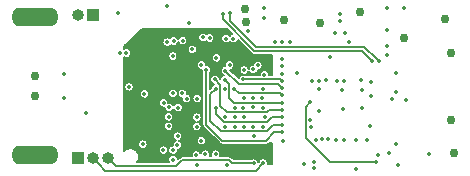
<source format=gbr>
G04 #@! TF.GenerationSoftware,KiCad,Pcbnew,(5.1.6)-1*
G04 #@! TF.CreationDate,2020-09-09T10:35:32-07:00*
G04 #@! TF.ProjectId,MiniDAQ,4d696e69-4441-4512-9e6b-696361645f70,rev?*
G04 #@! TF.SameCoordinates,Original*
G04 #@! TF.FileFunction,Copper,L3,Inr*
G04 #@! TF.FilePolarity,Positive*
%FSLAX46Y46*%
G04 Gerber Fmt 4.6, Leading zero omitted, Abs format (unit mm)*
G04 Created by KiCad (PCBNEW (5.1.6)-1) date 2020-09-09 10:35:32*
%MOMM*%
%LPD*%
G01*
G04 APERTURE LIST*
G04 #@! TA.AperFunction,ViaPad*
%ADD10O,1.000000X1.000000*%
G04 #@! TD*
G04 #@! TA.AperFunction,ViaPad*
%ADD11R,1.000000X1.000000*%
G04 #@! TD*
G04 #@! TA.AperFunction,ViaPad*
%ADD12O,4.000000X1.600000*%
G04 #@! TD*
G04 #@! TA.AperFunction,ViaPad*
%ADD13C,0.350000*%
G04 #@! TD*
G04 #@! TA.AperFunction,ViaPad*
%ADD14C,0.762000*%
G04 #@! TD*
G04 #@! TA.AperFunction,Conductor*
%ADD15C,0.203200*%
G04 #@! TD*
G04 #@! TA.AperFunction,Conductor*
%ADD16C,0.152400*%
G04 #@! TD*
G04 APERTURE END LIST*
D10*
X93864600Y-123603000D03*
X92594600Y-123603000D03*
D11*
X91324600Y-123603000D03*
D10*
X91324600Y-111436400D03*
D11*
X92594600Y-111436400D03*
D12*
X87666200Y-123350000D03*
X87666200Y-111650000D03*
D13*
X114884200Y-122047000D03*
X111709200Y-119634000D03*
X115341400Y-117779800D03*
X113690400Y-117805200D03*
X111734600Y-117754400D03*
X113944400Y-112979200D03*
X113055400Y-112979200D03*
X107111800Y-110871000D03*
X107086400Y-111709200D03*
X113538000Y-111404400D03*
X113538000Y-111963200D03*
X117500400Y-112699800D03*
X117525800Y-110871000D03*
D14*
X122885200Y-114675400D03*
X122885200Y-120325400D03*
X105435400Y-110947200D03*
D13*
X98882200Y-110718600D03*
X100736400Y-112141000D03*
X102463600Y-113411000D03*
D14*
X87706200Y-116636800D03*
D13*
X117678200Y-123190000D03*
X111328200Y-124383800D03*
X113157000Y-122047000D03*
X114858800Y-124510800D03*
X115786400Y-122059200D03*
X119126000Y-118643400D03*
X117500400Y-114071400D03*
X117906800Y-118592600D03*
X113728500Y-119418100D03*
X115362800Y-119358600D03*
X113868200Y-117017800D03*
X106553000Y-115722400D03*
X109846828Y-116414800D03*
X106209000Y-121745000D03*
X107123400Y-120123200D03*
X106922651Y-118519200D03*
X103846800Y-113468400D03*
X103034000Y-115094000D03*
X101408400Y-118548400D03*
X98868400Y-113773200D03*
X99365200Y-118110200D03*
X96938000Y-118142000D03*
X96811000Y-122409200D03*
X99732000Y-122460000D03*
X108698200Y-122180600D03*
X102094200Y-123250190D03*
X103923000Y-124161800D03*
X92010400Y-119767600D03*
X114286200Y-113773200D03*
X100999210Y-114382800D03*
X115290600Y-116967000D03*
X110972600Y-120345200D03*
D14*
X118897400Y-113411000D03*
D13*
X101904800Y-113360200D03*
X111328200Y-123901200D03*
X118237000Y-122402600D03*
X113284000Y-117017800D03*
X117449600Y-114884200D03*
X104470200Y-113461800D03*
X105701000Y-112808000D03*
X112482800Y-121935212D03*
X111072996Y-120978996D03*
X106996400Y-117735600D03*
X104165200Y-115710200D03*
X99353790Y-114941600D03*
X95642600Y-117557800D03*
X101765200Y-122110200D03*
X99365200Y-123710200D03*
X102983200Y-123250190D03*
X112355800Y-116973600D03*
X118401000Y-124136400D03*
X94677410Y-111334800D03*
X116738400Y-123291600D03*
X116128800Y-118364000D03*
X113856000Y-122047000D03*
X116027200Y-120853200D03*
X116556200Y-123901200D03*
X110998000Y-118846600D03*
D14*
X105537000Y-112090200D03*
D13*
X118922800Y-110845600D03*
D14*
X123190000Y-123190000D03*
X108788200Y-111912400D03*
X122377200Y-111836200D03*
X115214400Y-111226600D03*
D13*
X101765200Y-115710200D03*
X98565200Y-118910200D03*
X98547600Y-122910600D03*
X98995400Y-120885200D03*
X98995400Y-120097800D03*
X100519400Y-118548400D03*
X100189200Y-113646200D03*
X99427200Y-113671600D03*
X99782800Y-119310398D03*
X101375800Y-120929400D03*
D14*
X111785400Y-112115600D03*
D13*
X106971000Y-120926600D03*
X107000800Y-119310400D03*
X104939000Y-115094000D03*
X101357600Y-117659400D03*
X99353790Y-116516400D03*
X97090400Y-116160800D03*
X100544800Y-122536200D03*
X103821400Y-123250190D03*
X102551400Y-115094000D03*
X107656800Y-124006600D03*
X96734798Y-122968000D03*
D14*
X97500000Y-112958765D03*
X87706200Y-118364000D03*
D13*
X121080800Y-123240800D03*
X116115000Y-117126000D03*
X106132800Y-120932200D03*
X99757408Y-121723400D03*
X100163800Y-118110200D03*
X99365200Y-122910200D03*
X108619200Y-121412000D03*
X102184200Y-116128800D03*
X102971600Y-117729000D03*
X108614800Y-120751600D03*
X102971600Y-119303800D03*
X108614800Y-120116600D03*
X102920800Y-116916200D03*
X108614800Y-119507000D03*
X103759000Y-116941600D03*
X108619200Y-118897400D03*
X104546400Y-117729000D03*
X108614800Y-118262400D03*
X103809800Y-116179600D03*
X108610400Y-117652800D03*
X105333800Y-116916200D03*
X108614800Y-117043200D03*
X116230400Y-115392200D03*
X103592800Y-111360200D03*
X116789200Y-115392200D03*
X104177000Y-111334800D03*
X105333800Y-119329200D03*
X108614800Y-115214400D03*
X112635200Y-115043200D03*
X105359200Y-120926600D03*
X108619200Y-116433600D03*
X104597200Y-120142000D03*
X108614800Y-115824000D03*
X111099600Y-117043200D03*
X111734600Y-117043200D03*
X104597200Y-120926600D03*
X103733600Y-120932200D03*
X99046200Y-119285000D03*
X90119200Y-118516400D03*
X95425000Y-114681000D03*
X90119200Y-116484400D03*
X94871800Y-114681000D03*
X118262400Y-117983000D03*
X103784400Y-120091200D03*
X118262400Y-116408200D03*
X104608800Y-119310400D03*
X105384600Y-116128800D03*
X106146600Y-118513600D03*
X108000800Y-113715800D03*
X108610400Y-113715788D03*
X109245400Y-113715800D03*
X106172000Y-116078000D03*
X107111800Y-116538000D03*
X105359200Y-118513600D03*
X103756200Y-117729000D03*
X111484393Y-122080837D03*
X101383000Y-120123200D03*
X110474295Y-124108210D03*
X101357600Y-124136400D03*
X101332200Y-123323600D03*
X111985821Y-122005050D03*
X105345400Y-120123200D03*
X106183600Y-124009400D03*
X106158200Y-119301000D03*
X106996400Y-124006600D03*
D15*
X110594399Y-119250201D02*
X110594399Y-121844399D01*
X110998000Y-118846600D02*
X110594399Y-119250201D01*
X112651200Y-123901200D02*
X116556200Y-123901200D01*
X110594399Y-121844399D02*
X112651200Y-123901200D01*
X107206200Y-122123200D02*
X107917400Y-121412000D01*
X103555800Y-122123200D02*
X107206200Y-122123200D01*
X107917400Y-121412000D02*
X108619200Y-121412000D01*
X102184200Y-116128800D02*
X102184200Y-120751600D01*
X102184200Y-120751600D02*
X103555800Y-122123200D01*
X107859700Y-120751600D02*
X108614800Y-120751600D01*
X102539800Y-118160800D02*
X102539800Y-120421400D01*
X102971600Y-117729000D02*
X102539800Y-118160800D01*
X102539800Y-120421400D02*
X103428800Y-121310400D01*
X103428800Y-121310400D02*
X107300900Y-121310400D01*
X107300900Y-121310400D02*
X107859700Y-120751600D01*
X107765000Y-120116600D02*
X108614800Y-120116600D01*
X107333200Y-120548400D02*
X107765000Y-120116600D01*
X103657400Y-120548400D02*
X107333200Y-120548400D01*
X102971600Y-119303800D02*
X102971600Y-119862600D01*
X102971600Y-119862600D02*
X103657400Y-120548400D01*
X108608200Y-119513600D02*
X108614800Y-119507000D01*
X107529800Y-119513600D02*
X108608200Y-119513600D01*
X103378000Y-117373400D02*
X103378000Y-119176800D01*
X103378000Y-119176800D02*
X103911400Y-119710200D01*
X107333200Y-119710200D02*
X107529800Y-119513600D01*
X102920800Y-116916200D02*
X103378000Y-117373400D01*
X103911400Y-119710200D02*
X107333200Y-119710200D01*
X104546400Y-118897400D02*
X108619200Y-118897400D01*
X104140000Y-118491000D02*
X104546400Y-118897400D01*
X103759000Y-116941600D02*
X104140000Y-117322600D01*
X104140000Y-117322600D02*
X104140000Y-118491000D01*
X104959400Y-118116600D02*
X108469000Y-118116600D01*
X108469000Y-118116600D02*
X108614800Y-118262400D01*
X104546400Y-117729000D02*
X104571800Y-117729000D01*
X104571800Y-117729000D02*
X104959400Y-118116600D01*
X104934000Y-117303800D02*
X103809800Y-116179600D01*
X108610400Y-117652800D02*
X108261400Y-117303800D01*
X108261400Y-117303800D02*
X104934000Y-117303800D01*
X108487800Y-116916200D02*
X108614800Y-117043200D01*
X105333800Y-116916200D02*
X108487800Y-116916200D01*
X115348000Y-114509800D02*
X116230400Y-115392200D01*
X106259800Y-114509800D02*
X115348000Y-114509800D01*
X103592800Y-111360200D02*
X103592800Y-111842800D01*
X103592800Y-111842800D02*
X106259800Y-114509800D01*
X115576600Y-114179600D02*
X116614201Y-115217201D01*
X106412200Y-114179600D02*
X115576600Y-114179600D01*
X116614201Y-115217201D02*
X116789200Y-115392200D01*
X104177000Y-111334800D02*
X104177000Y-111944400D01*
X104177000Y-111944400D02*
X106412200Y-114179600D01*
X94550400Y-124288800D02*
X93864600Y-123603000D01*
X104354800Y-124009400D02*
X104103599Y-123758199D01*
X104103599Y-123758199D02*
X100161001Y-123758199D01*
X106183600Y-124009400D02*
X104354800Y-124009400D01*
X100161001Y-123758199D02*
X99630400Y-124288800D01*
X99630400Y-124288800D02*
X94550400Y-124288800D01*
X93094599Y-124102999D02*
X92594600Y-123603000D01*
X93636000Y-124644400D02*
X93094599Y-124102999D01*
X106996400Y-124006600D02*
X106358600Y-124644400D01*
X106358600Y-124644400D02*
X93636000Y-124644400D01*
D16*
G36*
X104356030Y-113073003D02*
G01*
X104352474Y-113073710D01*
X104279024Y-113104134D01*
X104212920Y-113148303D01*
X104156703Y-113204520D01*
X104155499Y-113206322D01*
X104104080Y-113154903D01*
X104037976Y-113110734D01*
X103964526Y-113080310D01*
X103886551Y-113064800D01*
X103807049Y-113064800D01*
X103729074Y-113080310D01*
X103655624Y-113110734D01*
X103589520Y-113154903D01*
X103533303Y-113211120D01*
X103489134Y-113277224D01*
X103458710Y-113350674D01*
X103443200Y-113428649D01*
X103443200Y-113508151D01*
X103458710Y-113586126D01*
X103489134Y-113659576D01*
X103533303Y-113725680D01*
X103589520Y-113781897D01*
X103655624Y-113826066D01*
X103729074Y-113856490D01*
X103807049Y-113872000D01*
X103886551Y-113872000D01*
X103964526Y-113856490D01*
X104037976Y-113826066D01*
X104104080Y-113781897D01*
X104160297Y-113725680D01*
X104161501Y-113723878D01*
X104212920Y-113775297D01*
X104279024Y-113819466D01*
X104352474Y-113849890D01*
X104430449Y-113865400D01*
X104509951Y-113865400D01*
X104587926Y-113849890D01*
X104661376Y-113819466D01*
X104727480Y-113775297D01*
X104783697Y-113719080D01*
X104827866Y-113652976D01*
X104858290Y-113579526D01*
X104858997Y-113575970D01*
X106014845Y-114731818D01*
X106025184Y-114744416D01*
X106057443Y-114770890D01*
X106075463Y-114785679D01*
X106132827Y-114816340D01*
X106195070Y-114835222D01*
X106259800Y-114841597D01*
X106276015Y-114840000D01*
X107767925Y-114840000D01*
X107775200Y-116586000D01*
X107513759Y-116586000D01*
X107515400Y-116577751D01*
X107515400Y-116498249D01*
X107499890Y-116420274D01*
X107469466Y-116346824D01*
X107425297Y-116280720D01*
X107369080Y-116224503D01*
X107302976Y-116180334D01*
X107229526Y-116149910D01*
X107151551Y-116134400D01*
X107072049Y-116134400D01*
X106994074Y-116149910D01*
X106920624Y-116180334D01*
X106854520Y-116224503D01*
X106798303Y-116280720D01*
X106754134Y-116346824D01*
X106723710Y-116420274D01*
X106708200Y-116498249D01*
X106708200Y-116577751D01*
X106709841Y-116586000D01*
X105566082Y-116586000D01*
X105524976Y-116558534D01*
X105451526Y-116528110D01*
X105448722Y-116527552D01*
X105502326Y-116516890D01*
X105575776Y-116486466D01*
X105641880Y-116442297D01*
X105698097Y-116386080D01*
X105742266Y-116319976D01*
X105772690Y-116246526D01*
X105783352Y-116192922D01*
X105783910Y-116195726D01*
X105814334Y-116269176D01*
X105858503Y-116335280D01*
X105914720Y-116391497D01*
X105980824Y-116435666D01*
X106054274Y-116466090D01*
X106132249Y-116481600D01*
X106211751Y-116481600D01*
X106289726Y-116466090D01*
X106363176Y-116435666D01*
X106429280Y-116391497D01*
X106485497Y-116335280D01*
X106529666Y-116269176D01*
X106560090Y-116195726D01*
X106573959Y-116126000D01*
X106592751Y-116126000D01*
X106670726Y-116110490D01*
X106744176Y-116080066D01*
X106810280Y-116035897D01*
X106866497Y-115979680D01*
X106910666Y-115913576D01*
X106941090Y-115840126D01*
X106956600Y-115762151D01*
X106956600Y-115682649D01*
X106941090Y-115604674D01*
X106910666Y-115531224D01*
X106866497Y-115465120D01*
X106810280Y-115408903D01*
X106744176Y-115364734D01*
X106670726Y-115334310D01*
X106592751Y-115318800D01*
X106513249Y-115318800D01*
X106435274Y-115334310D01*
X106361824Y-115364734D01*
X106295720Y-115408903D01*
X106239503Y-115465120D01*
X106195334Y-115531224D01*
X106164910Y-115604674D01*
X106151041Y-115674400D01*
X106132249Y-115674400D01*
X106054274Y-115689910D01*
X105980824Y-115720334D01*
X105914720Y-115764503D01*
X105858503Y-115820720D01*
X105814334Y-115886824D01*
X105783910Y-115960274D01*
X105773248Y-116013878D01*
X105772690Y-116011074D01*
X105742266Y-115937624D01*
X105698097Y-115871520D01*
X105641880Y-115815303D01*
X105575776Y-115771134D01*
X105502326Y-115740710D01*
X105424351Y-115725200D01*
X105344849Y-115725200D01*
X105266874Y-115740710D01*
X105193424Y-115771134D01*
X105127320Y-115815303D01*
X105071103Y-115871520D01*
X105026934Y-115937624D01*
X104996510Y-116011074D01*
X104981000Y-116089049D01*
X104981000Y-116168551D01*
X104996510Y-116246526D01*
X105026934Y-116319976D01*
X105071103Y-116386080D01*
X105127320Y-116442297D01*
X105193424Y-116486466D01*
X105266874Y-116516890D01*
X105269678Y-116517448D01*
X105216074Y-116528110D01*
X105142624Y-116558534D01*
X105076520Y-116602703D01*
X105020303Y-116658920D01*
X104976134Y-116725024D01*
X104945710Y-116798474D01*
X104937404Y-116840231D01*
X104209973Y-116112801D01*
X104282926Y-116098290D01*
X104356376Y-116067866D01*
X104422480Y-116023697D01*
X104478697Y-115967480D01*
X104522866Y-115901376D01*
X104553290Y-115827926D01*
X104568800Y-115749951D01*
X104568800Y-115670449D01*
X104553290Y-115592474D01*
X104522866Y-115519024D01*
X104478697Y-115452920D01*
X104422480Y-115396703D01*
X104356376Y-115352534D01*
X104282926Y-115322110D01*
X104204951Y-115306600D01*
X104125449Y-115306600D01*
X104047474Y-115322110D01*
X103974024Y-115352534D01*
X103907920Y-115396703D01*
X103851703Y-115452920D01*
X103807534Y-115519024D01*
X103777110Y-115592474D01*
X103761600Y-115670449D01*
X103761600Y-115749951D01*
X103766906Y-115776625D01*
X103692074Y-115791510D01*
X103618624Y-115821934D01*
X103552520Y-115866103D01*
X103496303Y-115922320D01*
X103452134Y-115988424D01*
X103421710Y-116061874D01*
X103406200Y-116139849D01*
X103406200Y-116219351D01*
X103421710Y-116297326D01*
X103452134Y-116370776D01*
X103496303Y-116436880D01*
X103552520Y-116493097D01*
X103618624Y-116537266D01*
X103652466Y-116551284D01*
X103641274Y-116553510D01*
X103567824Y-116583934D01*
X103501720Y-116628103D01*
X103445503Y-116684320D01*
X103401334Y-116750424D01*
X103370910Y-116823874D01*
X103358390Y-116886817D01*
X103318535Y-116846962D01*
X103308890Y-116798474D01*
X103278466Y-116725024D01*
X103234297Y-116658920D01*
X103178080Y-116602703D01*
X103111976Y-116558534D01*
X103038526Y-116528110D01*
X102960551Y-116512600D01*
X102881049Y-116512600D01*
X102803074Y-116528110D01*
X102729624Y-116558534D01*
X102663520Y-116602703D01*
X102607303Y-116658920D01*
X102563134Y-116725024D01*
X102532710Y-116798474D01*
X102517200Y-116876449D01*
X102517200Y-116955951D01*
X102532710Y-117033926D01*
X102563134Y-117107376D01*
X102607303Y-117173480D01*
X102663520Y-117229697D01*
X102729624Y-117273866D01*
X102803074Y-117304290D01*
X102851562Y-117313935D01*
X102874445Y-117336818D01*
X102853874Y-117340910D01*
X102780424Y-117371334D01*
X102714320Y-117415503D01*
X102658103Y-117471720D01*
X102613934Y-117537824D01*
X102583510Y-117611274D01*
X102573865Y-117659761D01*
X102514400Y-117719227D01*
X102514400Y-116361082D01*
X102541866Y-116319976D01*
X102572290Y-116246526D01*
X102587800Y-116168551D01*
X102587800Y-116089049D01*
X102572290Y-116011074D01*
X102541866Y-115937624D01*
X102497697Y-115871520D01*
X102441480Y-115815303D01*
X102375376Y-115771134D01*
X102301926Y-115740710D01*
X102223951Y-115725200D01*
X102168800Y-115725200D01*
X102168800Y-115670449D01*
X102153290Y-115592474D01*
X102122866Y-115519024D01*
X102078697Y-115452920D01*
X102022480Y-115396703D01*
X101956376Y-115352534D01*
X101882926Y-115322110D01*
X101804951Y-115306600D01*
X101725449Y-115306600D01*
X101647474Y-115322110D01*
X101574024Y-115352534D01*
X101507920Y-115396703D01*
X101451703Y-115452920D01*
X101407534Y-115519024D01*
X101377110Y-115592474D01*
X101361600Y-115670449D01*
X101361600Y-115749951D01*
X101377110Y-115827926D01*
X101407534Y-115901376D01*
X101451703Y-115967480D01*
X101507920Y-116023697D01*
X101574024Y-116067866D01*
X101647474Y-116098290D01*
X101725449Y-116113800D01*
X101780600Y-116113800D01*
X101780600Y-116168551D01*
X101796110Y-116246526D01*
X101826534Y-116319976D01*
X101854000Y-116361082D01*
X101854001Y-120735377D01*
X101852403Y-120751600D01*
X101855498Y-120783016D01*
X101858779Y-120816330D01*
X101870492Y-120854940D01*
X101877661Y-120878573D01*
X101908321Y-120935937D01*
X101932242Y-120965084D01*
X101949585Y-120986216D01*
X101962182Y-120996554D01*
X103310850Y-122345224D01*
X103321184Y-122357816D01*
X103333776Y-122368150D01*
X103333778Y-122368152D01*
X103358659Y-122388571D01*
X103371463Y-122399079D01*
X103428827Y-122429740D01*
X103491070Y-122448622D01*
X103539585Y-122453400D01*
X103539594Y-122453400D01*
X103555799Y-122454996D01*
X103572004Y-122453400D01*
X107189987Y-122453400D01*
X107206200Y-122454997D01*
X107222413Y-122453400D01*
X107222415Y-122453400D01*
X107270930Y-122448622D01*
X107333173Y-122429740D01*
X107390537Y-122399079D01*
X107440816Y-122357816D01*
X107451159Y-122345213D01*
X107488772Y-122307600D01*
X107782791Y-122307600D01*
X107759396Y-124085600D01*
X107392193Y-124085600D01*
X107400000Y-124046351D01*
X107400000Y-123966849D01*
X107384490Y-123888874D01*
X107354066Y-123815424D01*
X107309897Y-123749320D01*
X107253680Y-123693103D01*
X107187576Y-123648934D01*
X107114126Y-123618510D01*
X107036151Y-123603000D01*
X106956649Y-123603000D01*
X106878674Y-123618510D01*
X106805224Y-123648934D01*
X106739120Y-123693103D01*
X106682903Y-123749320D01*
X106638734Y-123815424D01*
X106608310Y-123888874D01*
X106598665Y-123937361D01*
X106583745Y-123952281D01*
X106571690Y-123891674D01*
X106541266Y-123818224D01*
X106497097Y-123752120D01*
X106440880Y-123695903D01*
X106374776Y-123651734D01*
X106301326Y-123621310D01*
X106223351Y-123605800D01*
X106143849Y-123605800D01*
X106065874Y-123621310D01*
X105992424Y-123651734D01*
X105951318Y-123679200D01*
X104491573Y-123679200D01*
X104348558Y-123536186D01*
X104338215Y-123523583D01*
X104287936Y-123482320D01*
X104230572Y-123451659D01*
X104168329Y-123432777D01*
X104119814Y-123427999D01*
X104119812Y-123427999D01*
X104103599Y-123426402D01*
X104087386Y-123427999D01*
X103346403Y-123427999D01*
X103371290Y-123367916D01*
X103386800Y-123289941D01*
X103386800Y-123210439D01*
X103371290Y-123132464D01*
X103340866Y-123059014D01*
X103296697Y-122992910D01*
X103240480Y-122936693D01*
X103174376Y-122892524D01*
X103100926Y-122862100D01*
X103022951Y-122846590D01*
X102943449Y-122846590D01*
X102865474Y-122862100D01*
X102792024Y-122892524D01*
X102725920Y-122936693D01*
X102669703Y-122992910D01*
X102625534Y-123059014D01*
X102595110Y-123132464D01*
X102579600Y-123210439D01*
X102579600Y-123289941D01*
X102595110Y-123367916D01*
X102619997Y-123427999D01*
X102457403Y-123427999D01*
X102482290Y-123367916D01*
X102497800Y-123289941D01*
X102497800Y-123210439D01*
X102482290Y-123132464D01*
X102451866Y-123059014D01*
X102407697Y-122992910D01*
X102351480Y-122936693D01*
X102285376Y-122892524D01*
X102211926Y-122862100D01*
X102133951Y-122846590D01*
X102054449Y-122846590D01*
X101976474Y-122862100D01*
X101903024Y-122892524D01*
X101836920Y-122936693D01*
X101780703Y-122992910D01*
X101736534Y-123059014D01*
X101706110Y-123132464D01*
X101700845Y-123158931D01*
X101689866Y-123132424D01*
X101645697Y-123066320D01*
X101589480Y-123010103D01*
X101523376Y-122965934D01*
X101449926Y-122935510D01*
X101371951Y-122920000D01*
X101292449Y-122920000D01*
X101214474Y-122935510D01*
X101141024Y-122965934D01*
X101074920Y-123010103D01*
X101018703Y-123066320D01*
X100974534Y-123132424D01*
X100944110Y-123205874D01*
X100928600Y-123283849D01*
X100928600Y-123363351D01*
X100941459Y-123427999D01*
X100177213Y-123427999D01*
X100161000Y-123426402D01*
X100144787Y-123427999D01*
X100144786Y-123427999D01*
X100096271Y-123432777D01*
X100034028Y-123451659D01*
X100007324Y-123465932D01*
X99976663Y-123482320D01*
X99938979Y-123513247D01*
X99926385Y-123523583D01*
X99916051Y-123536176D01*
X99768800Y-123683427D01*
X99768800Y-123670449D01*
X99753290Y-123592474D01*
X99722866Y-123519024D01*
X99678697Y-123452920D01*
X99622480Y-123396703D01*
X99556376Y-123352534D01*
X99482926Y-123322110D01*
X99423050Y-123310200D01*
X99482926Y-123298290D01*
X99556376Y-123267866D01*
X99622480Y-123223697D01*
X99678697Y-123167480D01*
X99722866Y-123101376D01*
X99753290Y-123027926D01*
X99768800Y-122949951D01*
X99768800Y-122870449D01*
X99767438Y-122863600D01*
X99771751Y-122863600D01*
X99849726Y-122848090D01*
X99923176Y-122817666D01*
X99989280Y-122773497D01*
X100045497Y-122717280D01*
X100089666Y-122651176D01*
X100120090Y-122577726D01*
X100135600Y-122499751D01*
X100135600Y-122420249D01*
X100120090Y-122342274D01*
X100089666Y-122268824D01*
X100045497Y-122202720D01*
X99989280Y-122146503D01*
X99923176Y-122102334D01*
X99910207Y-122096962D01*
X99948584Y-122081066D01*
X99964473Y-122070449D01*
X101361600Y-122070449D01*
X101361600Y-122149951D01*
X101377110Y-122227926D01*
X101407534Y-122301376D01*
X101451703Y-122367480D01*
X101507920Y-122423697D01*
X101574024Y-122467866D01*
X101647474Y-122498290D01*
X101725449Y-122513800D01*
X101804951Y-122513800D01*
X101882926Y-122498290D01*
X101956376Y-122467866D01*
X102022480Y-122423697D01*
X102078697Y-122367480D01*
X102122866Y-122301376D01*
X102153290Y-122227926D01*
X102168800Y-122149951D01*
X102168800Y-122070449D01*
X102153290Y-121992474D01*
X102122866Y-121919024D01*
X102078697Y-121852920D01*
X102022480Y-121796703D01*
X101956376Y-121752534D01*
X101882926Y-121722110D01*
X101804951Y-121706600D01*
X101725449Y-121706600D01*
X101647474Y-121722110D01*
X101574024Y-121752534D01*
X101507920Y-121796703D01*
X101451703Y-121852920D01*
X101407534Y-121919024D01*
X101377110Y-121992474D01*
X101361600Y-122070449D01*
X99964473Y-122070449D01*
X100014688Y-122036897D01*
X100070905Y-121980680D01*
X100115074Y-121914576D01*
X100145498Y-121841126D01*
X100161008Y-121763151D01*
X100161008Y-121683649D01*
X100145498Y-121605674D01*
X100115074Y-121532224D01*
X100070905Y-121466120D01*
X100014688Y-121409903D01*
X99948584Y-121365734D01*
X99875134Y-121335310D01*
X99797159Y-121319800D01*
X99717657Y-121319800D01*
X99639682Y-121335310D01*
X99566232Y-121365734D01*
X99500128Y-121409903D01*
X99443911Y-121466120D01*
X99399742Y-121532224D01*
X99369318Y-121605674D01*
X99353808Y-121683649D01*
X99353808Y-121763151D01*
X99369318Y-121841126D01*
X99399742Y-121914576D01*
X99443911Y-121980680D01*
X99500128Y-122036897D01*
X99566232Y-122081066D01*
X99579201Y-122086438D01*
X99540824Y-122102334D01*
X99474720Y-122146503D01*
X99418503Y-122202720D01*
X99374334Y-122268824D01*
X99343910Y-122342274D01*
X99328400Y-122420249D01*
X99328400Y-122499751D01*
X99329762Y-122506600D01*
X99325449Y-122506600D01*
X99247474Y-122522110D01*
X99174024Y-122552534D01*
X99107920Y-122596703D01*
X99051703Y-122652920D01*
X99007534Y-122719024D01*
X98977110Y-122792474D01*
X98961600Y-122870449D01*
X98961600Y-122949951D01*
X98977110Y-123027926D01*
X99007534Y-123101376D01*
X99051703Y-123167480D01*
X99107920Y-123223697D01*
X99174024Y-123267866D01*
X99247474Y-123298290D01*
X99307350Y-123310200D01*
X99247474Y-123322110D01*
X99174024Y-123352534D01*
X99107920Y-123396703D01*
X99051703Y-123452920D01*
X99007534Y-123519024D01*
X98977110Y-123592474D01*
X98961600Y-123670449D01*
X98961600Y-123749951D01*
X98977110Y-123827926D01*
X99007534Y-123901376D01*
X99045770Y-123958600D01*
X96319852Y-123958600D01*
X96395677Y-123845121D01*
X96450600Y-123712525D01*
X96478600Y-123571761D01*
X96478600Y-123428239D01*
X96450600Y-123287475D01*
X96395677Y-123154879D01*
X96315940Y-123035545D01*
X96214455Y-122934060D01*
X96119854Y-122870849D01*
X98144000Y-122870849D01*
X98144000Y-122950351D01*
X98159510Y-123028326D01*
X98189934Y-123101776D01*
X98234103Y-123167880D01*
X98290320Y-123224097D01*
X98356424Y-123268266D01*
X98429874Y-123298690D01*
X98507849Y-123314200D01*
X98587351Y-123314200D01*
X98665326Y-123298690D01*
X98738776Y-123268266D01*
X98804880Y-123224097D01*
X98861097Y-123167880D01*
X98905266Y-123101776D01*
X98935690Y-123028326D01*
X98951200Y-122950351D01*
X98951200Y-122870849D01*
X98935690Y-122792874D01*
X98905266Y-122719424D01*
X98861097Y-122653320D01*
X98804880Y-122597103D01*
X98738776Y-122552934D01*
X98665326Y-122522510D01*
X98587351Y-122507000D01*
X98507849Y-122507000D01*
X98429874Y-122522510D01*
X98356424Y-122552934D01*
X98290320Y-122597103D01*
X98234103Y-122653320D01*
X98189934Y-122719424D01*
X98159510Y-122792874D01*
X98144000Y-122870849D01*
X96119854Y-122870849D01*
X96095121Y-122854323D01*
X95962525Y-122799400D01*
X95821761Y-122771400D01*
X95678239Y-122771400D01*
X95537475Y-122799400D01*
X95404879Y-122854323D01*
X95285545Y-122934060D01*
X95236200Y-122983405D01*
X95236200Y-122369449D01*
X96407400Y-122369449D01*
X96407400Y-122448951D01*
X96422910Y-122526926D01*
X96453334Y-122600376D01*
X96497503Y-122666480D01*
X96553720Y-122722697D01*
X96619824Y-122766866D01*
X96693274Y-122797290D01*
X96771249Y-122812800D01*
X96850751Y-122812800D01*
X96928726Y-122797290D01*
X97002176Y-122766866D01*
X97068280Y-122722697D01*
X97124497Y-122666480D01*
X97168666Y-122600376D01*
X97199090Y-122526926D01*
X97214600Y-122448951D01*
X97214600Y-122369449D01*
X97199090Y-122291474D01*
X97168666Y-122218024D01*
X97124497Y-122151920D01*
X97068280Y-122095703D01*
X97002176Y-122051534D01*
X96928726Y-122021110D01*
X96850751Y-122005600D01*
X96771249Y-122005600D01*
X96693274Y-122021110D01*
X96619824Y-122051534D01*
X96553720Y-122095703D01*
X96497503Y-122151920D01*
X96453334Y-122218024D01*
X96422910Y-122291474D01*
X96407400Y-122369449D01*
X95236200Y-122369449D01*
X95236200Y-120058049D01*
X98591800Y-120058049D01*
X98591800Y-120137551D01*
X98607310Y-120215526D01*
X98637734Y-120288976D01*
X98681903Y-120355080D01*
X98738120Y-120411297D01*
X98804224Y-120455466D01*
X98877674Y-120485890D01*
X98905878Y-120491500D01*
X98877674Y-120497110D01*
X98804224Y-120527534D01*
X98738120Y-120571703D01*
X98681903Y-120627920D01*
X98637734Y-120694024D01*
X98607310Y-120767474D01*
X98591800Y-120845449D01*
X98591800Y-120924951D01*
X98607310Y-121002926D01*
X98637734Y-121076376D01*
X98681903Y-121142480D01*
X98738120Y-121198697D01*
X98804224Y-121242866D01*
X98877674Y-121273290D01*
X98955649Y-121288800D01*
X99035151Y-121288800D01*
X99113126Y-121273290D01*
X99186576Y-121242866D01*
X99252680Y-121198697D01*
X99308897Y-121142480D01*
X99353066Y-121076376D01*
X99383490Y-121002926D01*
X99399000Y-120924951D01*
X99399000Y-120889649D01*
X100972200Y-120889649D01*
X100972200Y-120969151D01*
X100987710Y-121047126D01*
X101018134Y-121120576D01*
X101062303Y-121186680D01*
X101118520Y-121242897D01*
X101184624Y-121287066D01*
X101258074Y-121317490D01*
X101336049Y-121333000D01*
X101415551Y-121333000D01*
X101493526Y-121317490D01*
X101566976Y-121287066D01*
X101633080Y-121242897D01*
X101689297Y-121186680D01*
X101733466Y-121120576D01*
X101763890Y-121047126D01*
X101779400Y-120969151D01*
X101779400Y-120889649D01*
X101763890Y-120811674D01*
X101733466Y-120738224D01*
X101689297Y-120672120D01*
X101633080Y-120615903D01*
X101566976Y-120571734D01*
X101493526Y-120541310D01*
X101420578Y-120526800D01*
X101422751Y-120526800D01*
X101500726Y-120511290D01*
X101574176Y-120480866D01*
X101640280Y-120436697D01*
X101696497Y-120380480D01*
X101740666Y-120314376D01*
X101771090Y-120240926D01*
X101786600Y-120162951D01*
X101786600Y-120083449D01*
X101771090Y-120005474D01*
X101740666Y-119932024D01*
X101696497Y-119865920D01*
X101640280Y-119809703D01*
X101574176Y-119765534D01*
X101500726Y-119735110D01*
X101422751Y-119719600D01*
X101343249Y-119719600D01*
X101265274Y-119735110D01*
X101191824Y-119765534D01*
X101125720Y-119809703D01*
X101069503Y-119865920D01*
X101025334Y-119932024D01*
X100994910Y-120005474D01*
X100979400Y-120083449D01*
X100979400Y-120162951D01*
X100994910Y-120240926D01*
X101025334Y-120314376D01*
X101069503Y-120380480D01*
X101125720Y-120436697D01*
X101191824Y-120480866D01*
X101265274Y-120511290D01*
X101338222Y-120525800D01*
X101336049Y-120525800D01*
X101258074Y-120541310D01*
X101184624Y-120571734D01*
X101118520Y-120615903D01*
X101062303Y-120672120D01*
X101018134Y-120738224D01*
X100987710Y-120811674D01*
X100972200Y-120889649D01*
X99399000Y-120889649D01*
X99399000Y-120845449D01*
X99383490Y-120767474D01*
X99353066Y-120694024D01*
X99308897Y-120627920D01*
X99252680Y-120571703D01*
X99186576Y-120527534D01*
X99113126Y-120497110D01*
X99084922Y-120491500D01*
X99113126Y-120485890D01*
X99186576Y-120455466D01*
X99252680Y-120411297D01*
X99308897Y-120355080D01*
X99353066Y-120288976D01*
X99383490Y-120215526D01*
X99399000Y-120137551D01*
X99399000Y-120058049D01*
X99383490Y-119980074D01*
X99353066Y-119906624D01*
X99308897Y-119840520D01*
X99252680Y-119784303D01*
X99186576Y-119740134D01*
X99113126Y-119709710D01*
X99035151Y-119694200D01*
X98955649Y-119694200D01*
X98877674Y-119709710D01*
X98804224Y-119740134D01*
X98738120Y-119784303D01*
X98681903Y-119840520D01*
X98637734Y-119906624D01*
X98607310Y-119980074D01*
X98591800Y-120058049D01*
X95236200Y-120058049D01*
X95236200Y-118870449D01*
X98161600Y-118870449D01*
X98161600Y-118949951D01*
X98177110Y-119027926D01*
X98207534Y-119101376D01*
X98251703Y-119167480D01*
X98307920Y-119223697D01*
X98374024Y-119267866D01*
X98447474Y-119298290D01*
X98525449Y-119313800D01*
X98604951Y-119313800D01*
X98642600Y-119306311D01*
X98642600Y-119324751D01*
X98658110Y-119402726D01*
X98688534Y-119476176D01*
X98732703Y-119542280D01*
X98788920Y-119598497D01*
X98855024Y-119642666D01*
X98928474Y-119673090D01*
X99006449Y-119688600D01*
X99085951Y-119688600D01*
X99163926Y-119673090D01*
X99237376Y-119642666D01*
X99303480Y-119598497D01*
X99359697Y-119542280D01*
X99403866Y-119476176D01*
X99409240Y-119463202D01*
X99425134Y-119501574D01*
X99469303Y-119567678D01*
X99525520Y-119623895D01*
X99591624Y-119668064D01*
X99665074Y-119698488D01*
X99743049Y-119713998D01*
X99822551Y-119713998D01*
X99900526Y-119698488D01*
X99973976Y-119668064D01*
X100040080Y-119623895D01*
X100096297Y-119567678D01*
X100140466Y-119501574D01*
X100170890Y-119428124D01*
X100186400Y-119350149D01*
X100186400Y-119270647D01*
X100170890Y-119192672D01*
X100140466Y-119119222D01*
X100096297Y-119053118D01*
X100040080Y-118996901D01*
X99973976Y-118952732D01*
X99900526Y-118922308D01*
X99822551Y-118906798D01*
X99743049Y-118906798D01*
X99665074Y-118922308D01*
X99591624Y-118952732D01*
X99525520Y-118996901D01*
X99469303Y-119053118D01*
X99425134Y-119119222D01*
X99419760Y-119132196D01*
X99403866Y-119093824D01*
X99359697Y-119027720D01*
X99303480Y-118971503D01*
X99237376Y-118927334D01*
X99163926Y-118896910D01*
X99085951Y-118881400D01*
X99006449Y-118881400D01*
X98968800Y-118888889D01*
X98968800Y-118870449D01*
X98953290Y-118792474D01*
X98922866Y-118719024D01*
X98878697Y-118652920D01*
X98822480Y-118596703D01*
X98756376Y-118552534D01*
X98682926Y-118522110D01*
X98604951Y-118506600D01*
X98525449Y-118506600D01*
X98447474Y-118522110D01*
X98374024Y-118552534D01*
X98307920Y-118596703D01*
X98251703Y-118652920D01*
X98207534Y-118719024D01*
X98177110Y-118792474D01*
X98161600Y-118870449D01*
X95236200Y-118870449D01*
X95236200Y-118102249D01*
X96534400Y-118102249D01*
X96534400Y-118181751D01*
X96549910Y-118259726D01*
X96580334Y-118333176D01*
X96624503Y-118399280D01*
X96680720Y-118455497D01*
X96746824Y-118499666D01*
X96820274Y-118530090D01*
X96898249Y-118545600D01*
X96977751Y-118545600D01*
X97055726Y-118530090D01*
X97129176Y-118499666D01*
X97195280Y-118455497D01*
X97251497Y-118399280D01*
X97295666Y-118333176D01*
X97326090Y-118259726D01*
X97341600Y-118181751D01*
X97341600Y-118102249D01*
X97335275Y-118070449D01*
X98961600Y-118070449D01*
X98961600Y-118149951D01*
X98977110Y-118227926D01*
X99007534Y-118301376D01*
X99051703Y-118367480D01*
X99107920Y-118423697D01*
X99174024Y-118467866D01*
X99247474Y-118498290D01*
X99325449Y-118513800D01*
X99404951Y-118513800D01*
X99482926Y-118498290D01*
X99556376Y-118467866D01*
X99622480Y-118423697D01*
X99678697Y-118367480D01*
X99722866Y-118301376D01*
X99753290Y-118227926D01*
X99764500Y-118171569D01*
X99775710Y-118227926D01*
X99806134Y-118301376D01*
X99850303Y-118367480D01*
X99906520Y-118423697D01*
X99972624Y-118467866D01*
X100046074Y-118498290D01*
X100115800Y-118512159D01*
X100115800Y-118588151D01*
X100131310Y-118666126D01*
X100161734Y-118739576D01*
X100205903Y-118805680D01*
X100262120Y-118861897D01*
X100328224Y-118906066D01*
X100401674Y-118936490D01*
X100479649Y-118952000D01*
X100559151Y-118952000D01*
X100637126Y-118936490D01*
X100710576Y-118906066D01*
X100776680Y-118861897D01*
X100832897Y-118805680D01*
X100877066Y-118739576D01*
X100907490Y-118666126D01*
X100923000Y-118588151D01*
X100923000Y-118508649D01*
X101004800Y-118508649D01*
X101004800Y-118588151D01*
X101020310Y-118666126D01*
X101050734Y-118739576D01*
X101094903Y-118805680D01*
X101151120Y-118861897D01*
X101217224Y-118906066D01*
X101290674Y-118936490D01*
X101368649Y-118952000D01*
X101448151Y-118952000D01*
X101526126Y-118936490D01*
X101599576Y-118906066D01*
X101665680Y-118861897D01*
X101721897Y-118805680D01*
X101766066Y-118739576D01*
X101796490Y-118666126D01*
X101812000Y-118588151D01*
X101812000Y-118508649D01*
X101796490Y-118430674D01*
X101766066Y-118357224D01*
X101721897Y-118291120D01*
X101665680Y-118234903D01*
X101599576Y-118190734D01*
X101526126Y-118160310D01*
X101448151Y-118144800D01*
X101368649Y-118144800D01*
X101290674Y-118160310D01*
X101217224Y-118190734D01*
X101151120Y-118234903D01*
X101094903Y-118291120D01*
X101050734Y-118357224D01*
X101020310Y-118430674D01*
X101004800Y-118508649D01*
X100923000Y-118508649D01*
X100907490Y-118430674D01*
X100877066Y-118357224D01*
X100832897Y-118291120D01*
X100776680Y-118234903D01*
X100710576Y-118190734D01*
X100637126Y-118160310D01*
X100567400Y-118146441D01*
X100567400Y-118070449D01*
X100551890Y-117992474D01*
X100521466Y-117919024D01*
X100477297Y-117852920D01*
X100421080Y-117796703D01*
X100354976Y-117752534D01*
X100281526Y-117722110D01*
X100203551Y-117706600D01*
X100124049Y-117706600D01*
X100046074Y-117722110D01*
X99972624Y-117752534D01*
X99906520Y-117796703D01*
X99850303Y-117852920D01*
X99806134Y-117919024D01*
X99775710Y-117992474D01*
X99764500Y-118048831D01*
X99753290Y-117992474D01*
X99722866Y-117919024D01*
X99678697Y-117852920D01*
X99622480Y-117796703D01*
X99556376Y-117752534D01*
X99482926Y-117722110D01*
X99404951Y-117706600D01*
X99325449Y-117706600D01*
X99247474Y-117722110D01*
X99174024Y-117752534D01*
X99107920Y-117796703D01*
X99051703Y-117852920D01*
X99007534Y-117919024D01*
X98977110Y-117992474D01*
X98961600Y-118070449D01*
X97335275Y-118070449D01*
X97326090Y-118024274D01*
X97295666Y-117950824D01*
X97251497Y-117884720D01*
X97195280Y-117828503D01*
X97129176Y-117784334D01*
X97055726Y-117753910D01*
X96977751Y-117738400D01*
X96898249Y-117738400D01*
X96820274Y-117753910D01*
X96746824Y-117784334D01*
X96680720Y-117828503D01*
X96624503Y-117884720D01*
X96580334Y-117950824D01*
X96549910Y-118024274D01*
X96534400Y-118102249D01*
X95236200Y-118102249D01*
X95236200Y-117518049D01*
X95239000Y-117518049D01*
X95239000Y-117597551D01*
X95254510Y-117675526D01*
X95284934Y-117748976D01*
X95329103Y-117815080D01*
X95385320Y-117871297D01*
X95451424Y-117915466D01*
X95524874Y-117945890D01*
X95602849Y-117961400D01*
X95682351Y-117961400D01*
X95760326Y-117945890D01*
X95833776Y-117915466D01*
X95899880Y-117871297D01*
X95956097Y-117815080D01*
X96000266Y-117748976D01*
X96030690Y-117675526D01*
X96046200Y-117597551D01*
X96046200Y-117518049D01*
X96030690Y-117440074D01*
X96000266Y-117366624D01*
X95956097Y-117300520D01*
X95899880Y-117244303D01*
X95833776Y-117200134D01*
X95760326Y-117169710D01*
X95682351Y-117154200D01*
X95602849Y-117154200D01*
X95524874Y-117169710D01*
X95451424Y-117200134D01*
X95385320Y-117244303D01*
X95329103Y-117300520D01*
X95284934Y-117366624D01*
X95254510Y-117440074D01*
X95239000Y-117518049D01*
X95236200Y-117518049D01*
X95236200Y-115039650D01*
X95307274Y-115069090D01*
X95385249Y-115084600D01*
X95464751Y-115084600D01*
X95542726Y-115069090D01*
X95616176Y-115038666D01*
X95682280Y-114994497D01*
X95738497Y-114938280D01*
X95762839Y-114901849D01*
X98950190Y-114901849D01*
X98950190Y-114981351D01*
X98965700Y-115059326D01*
X98996124Y-115132776D01*
X99040293Y-115198880D01*
X99096510Y-115255097D01*
X99162614Y-115299266D01*
X99236064Y-115329690D01*
X99314039Y-115345200D01*
X99393541Y-115345200D01*
X99471516Y-115329690D01*
X99544966Y-115299266D01*
X99611070Y-115255097D01*
X99667287Y-115198880D01*
X99711456Y-115132776D01*
X99741880Y-115059326D01*
X99742889Y-115054249D01*
X102630400Y-115054249D01*
X102630400Y-115133751D01*
X102645910Y-115211726D01*
X102676334Y-115285176D01*
X102720503Y-115351280D01*
X102776720Y-115407497D01*
X102842824Y-115451666D01*
X102916274Y-115482090D01*
X102994249Y-115497600D01*
X103073751Y-115497600D01*
X103151726Y-115482090D01*
X103225176Y-115451666D01*
X103291280Y-115407497D01*
X103347497Y-115351280D01*
X103391666Y-115285176D01*
X103422090Y-115211726D01*
X103437600Y-115133751D01*
X103437600Y-115054249D01*
X103422090Y-114976274D01*
X103391666Y-114902824D01*
X103347497Y-114836720D01*
X103291280Y-114780503D01*
X103225176Y-114736334D01*
X103151726Y-114705910D01*
X103073751Y-114690400D01*
X102994249Y-114690400D01*
X102916274Y-114705910D01*
X102842824Y-114736334D01*
X102776720Y-114780503D01*
X102720503Y-114836720D01*
X102676334Y-114902824D01*
X102645910Y-114976274D01*
X102630400Y-115054249D01*
X99742889Y-115054249D01*
X99757390Y-114981351D01*
X99757390Y-114901849D01*
X99741880Y-114823874D01*
X99711456Y-114750424D01*
X99667287Y-114684320D01*
X99611070Y-114628103D01*
X99544966Y-114583934D01*
X99471516Y-114553510D01*
X99393541Y-114538000D01*
X99314039Y-114538000D01*
X99236064Y-114553510D01*
X99162614Y-114583934D01*
X99096510Y-114628103D01*
X99040293Y-114684320D01*
X98996124Y-114750424D01*
X98965700Y-114823874D01*
X98950190Y-114901849D01*
X95762839Y-114901849D01*
X95782666Y-114872176D01*
X95813090Y-114798726D01*
X95828600Y-114720751D01*
X95828600Y-114641249D01*
X95813090Y-114563274D01*
X95782666Y-114489824D01*
X95738497Y-114423720D01*
X95682280Y-114367503D01*
X95645682Y-114343049D01*
X100595610Y-114343049D01*
X100595610Y-114422551D01*
X100611120Y-114500526D01*
X100641544Y-114573976D01*
X100685713Y-114640080D01*
X100741930Y-114696297D01*
X100808034Y-114740466D01*
X100881484Y-114770890D01*
X100959459Y-114786400D01*
X101038961Y-114786400D01*
X101116936Y-114770890D01*
X101190386Y-114740466D01*
X101256490Y-114696297D01*
X101312707Y-114640080D01*
X101356876Y-114573976D01*
X101387300Y-114500526D01*
X101402810Y-114422551D01*
X101402810Y-114343049D01*
X101387300Y-114265074D01*
X101356876Y-114191624D01*
X101312707Y-114125520D01*
X101256490Y-114069303D01*
X101190386Y-114025134D01*
X101116936Y-113994710D01*
X101038961Y-113979200D01*
X100959459Y-113979200D01*
X100881484Y-113994710D01*
X100808034Y-114025134D01*
X100741930Y-114069303D01*
X100685713Y-114125520D01*
X100641544Y-114191624D01*
X100611120Y-114265074D01*
X100595610Y-114343049D01*
X95645682Y-114343049D01*
X95616176Y-114323334D01*
X95542726Y-114292910D01*
X95464751Y-114277400D01*
X95385249Y-114277400D01*
X95307274Y-114292910D01*
X95236200Y-114322350D01*
X95236200Y-114134964D01*
X95637715Y-113733449D01*
X98464800Y-113733449D01*
X98464800Y-113812951D01*
X98480310Y-113890926D01*
X98510734Y-113964376D01*
X98554903Y-114030480D01*
X98611120Y-114086697D01*
X98677224Y-114130866D01*
X98750674Y-114161290D01*
X98828649Y-114176800D01*
X98908151Y-114176800D01*
X98986126Y-114161290D01*
X99059576Y-114130866D01*
X99125680Y-114086697D01*
X99181897Y-114030480D01*
X99199164Y-114004637D01*
X99236024Y-114029266D01*
X99309474Y-114059690D01*
X99387449Y-114075200D01*
X99466951Y-114075200D01*
X99544926Y-114059690D01*
X99618376Y-114029266D01*
X99684480Y-113985097D01*
X99740697Y-113928880D01*
X99784866Y-113862776D01*
X99813461Y-113793743D01*
X99831534Y-113837376D01*
X99875703Y-113903480D01*
X99931920Y-113959697D01*
X99998024Y-114003866D01*
X100071474Y-114034290D01*
X100149449Y-114049800D01*
X100228951Y-114049800D01*
X100306926Y-114034290D01*
X100380376Y-114003866D01*
X100446480Y-113959697D01*
X100502697Y-113903480D01*
X100546866Y-113837376D01*
X100577290Y-113763926D01*
X100592800Y-113685951D01*
X100592800Y-113606449D01*
X100577290Y-113528474D01*
X100546866Y-113455024D01*
X100502697Y-113388920D01*
X100446480Y-113332703D01*
X100428141Y-113320449D01*
X101501200Y-113320449D01*
X101501200Y-113399951D01*
X101516710Y-113477926D01*
X101547134Y-113551376D01*
X101591303Y-113617480D01*
X101647520Y-113673697D01*
X101713624Y-113717866D01*
X101787074Y-113748290D01*
X101865049Y-113763800D01*
X101944551Y-113763800D01*
X102022526Y-113748290D01*
X102095976Y-113717866D01*
X102158148Y-113676325D01*
X102206320Y-113724497D01*
X102272424Y-113768666D01*
X102345874Y-113799090D01*
X102423849Y-113814600D01*
X102503351Y-113814600D01*
X102581326Y-113799090D01*
X102654776Y-113768666D01*
X102720880Y-113724497D01*
X102777097Y-113668280D01*
X102821266Y-113602176D01*
X102851690Y-113528726D01*
X102867200Y-113450751D01*
X102867200Y-113371249D01*
X102851690Y-113293274D01*
X102821266Y-113219824D01*
X102777097Y-113153720D01*
X102720880Y-113097503D01*
X102654776Y-113053334D01*
X102581326Y-113022910D01*
X102503351Y-113007400D01*
X102423849Y-113007400D01*
X102345874Y-113022910D01*
X102272424Y-113053334D01*
X102210252Y-113094875D01*
X102162080Y-113046703D01*
X102095976Y-113002534D01*
X102022526Y-112972110D01*
X101944551Y-112956600D01*
X101865049Y-112956600D01*
X101787074Y-112972110D01*
X101713624Y-113002534D01*
X101647520Y-113046703D01*
X101591303Y-113102920D01*
X101547134Y-113169024D01*
X101516710Y-113242474D01*
X101501200Y-113320449D01*
X100428141Y-113320449D01*
X100380376Y-113288534D01*
X100306926Y-113258110D01*
X100228951Y-113242600D01*
X100149449Y-113242600D01*
X100071474Y-113258110D01*
X99998024Y-113288534D01*
X99931920Y-113332703D01*
X99875703Y-113388920D01*
X99831534Y-113455024D01*
X99802939Y-113524057D01*
X99784866Y-113480424D01*
X99740697Y-113414320D01*
X99684480Y-113358103D01*
X99618376Y-113313934D01*
X99544926Y-113283510D01*
X99466951Y-113268000D01*
X99387449Y-113268000D01*
X99309474Y-113283510D01*
X99236024Y-113313934D01*
X99169920Y-113358103D01*
X99113703Y-113414320D01*
X99096436Y-113440163D01*
X99059576Y-113415534D01*
X98986126Y-113385110D01*
X98908151Y-113369600D01*
X98828649Y-113369600D01*
X98750674Y-113385110D01*
X98677224Y-113415534D01*
X98611120Y-113459703D01*
X98554903Y-113515920D01*
X98510734Y-113582024D01*
X98480310Y-113655474D01*
X98464800Y-113733449D01*
X95637715Y-113733449D01*
X96740964Y-112630200D01*
X103913227Y-112630200D01*
X104356030Y-113073003D01*
G37*
X104356030Y-113073003D02*
X104352474Y-113073710D01*
X104279024Y-113104134D01*
X104212920Y-113148303D01*
X104156703Y-113204520D01*
X104155499Y-113206322D01*
X104104080Y-113154903D01*
X104037976Y-113110734D01*
X103964526Y-113080310D01*
X103886551Y-113064800D01*
X103807049Y-113064800D01*
X103729074Y-113080310D01*
X103655624Y-113110734D01*
X103589520Y-113154903D01*
X103533303Y-113211120D01*
X103489134Y-113277224D01*
X103458710Y-113350674D01*
X103443200Y-113428649D01*
X103443200Y-113508151D01*
X103458710Y-113586126D01*
X103489134Y-113659576D01*
X103533303Y-113725680D01*
X103589520Y-113781897D01*
X103655624Y-113826066D01*
X103729074Y-113856490D01*
X103807049Y-113872000D01*
X103886551Y-113872000D01*
X103964526Y-113856490D01*
X104037976Y-113826066D01*
X104104080Y-113781897D01*
X104160297Y-113725680D01*
X104161501Y-113723878D01*
X104212920Y-113775297D01*
X104279024Y-113819466D01*
X104352474Y-113849890D01*
X104430449Y-113865400D01*
X104509951Y-113865400D01*
X104587926Y-113849890D01*
X104661376Y-113819466D01*
X104727480Y-113775297D01*
X104783697Y-113719080D01*
X104827866Y-113652976D01*
X104858290Y-113579526D01*
X104858997Y-113575970D01*
X106014845Y-114731818D01*
X106025184Y-114744416D01*
X106057443Y-114770890D01*
X106075463Y-114785679D01*
X106132827Y-114816340D01*
X106195070Y-114835222D01*
X106259800Y-114841597D01*
X106276015Y-114840000D01*
X107767925Y-114840000D01*
X107775200Y-116586000D01*
X107513759Y-116586000D01*
X107515400Y-116577751D01*
X107515400Y-116498249D01*
X107499890Y-116420274D01*
X107469466Y-116346824D01*
X107425297Y-116280720D01*
X107369080Y-116224503D01*
X107302976Y-116180334D01*
X107229526Y-116149910D01*
X107151551Y-116134400D01*
X107072049Y-116134400D01*
X106994074Y-116149910D01*
X106920624Y-116180334D01*
X106854520Y-116224503D01*
X106798303Y-116280720D01*
X106754134Y-116346824D01*
X106723710Y-116420274D01*
X106708200Y-116498249D01*
X106708200Y-116577751D01*
X106709841Y-116586000D01*
X105566082Y-116586000D01*
X105524976Y-116558534D01*
X105451526Y-116528110D01*
X105448722Y-116527552D01*
X105502326Y-116516890D01*
X105575776Y-116486466D01*
X105641880Y-116442297D01*
X105698097Y-116386080D01*
X105742266Y-116319976D01*
X105772690Y-116246526D01*
X105783352Y-116192922D01*
X105783910Y-116195726D01*
X105814334Y-116269176D01*
X105858503Y-116335280D01*
X105914720Y-116391497D01*
X105980824Y-116435666D01*
X106054274Y-116466090D01*
X106132249Y-116481600D01*
X106211751Y-116481600D01*
X106289726Y-116466090D01*
X106363176Y-116435666D01*
X106429280Y-116391497D01*
X106485497Y-116335280D01*
X106529666Y-116269176D01*
X106560090Y-116195726D01*
X106573959Y-116126000D01*
X106592751Y-116126000D01*
X106670726Y-116110490D01*
X106744176Y-116080066D01*
X106810280Y-116035897D01*
X106866497Y-115979680D01*
X106910666Y-115913576D01*
X106941090Y-115840126D01*
X106956600Y-115762151D01*
X106956600Y-115682649D01*
X106941090Y-115604674D01*
X106910666Y-115531224D01*
X106866497Y-115465120D01*
X106810280Y-115408903D01*
X106744176Y-115364734D01*
X106670726Y-115334310D01*
X106592751Y-115318800D01*
X106513249Y-115318800D01*
X106435274Y-115334310D01*
X106361824Y-115364734D01*
X106295720Y-115408903D01*
X106239503Y-115465120D01*
X106195334Y-115531224D01*
X106164910Y-115604674D01*
X106151041Y-115674400D01*
X106132249Y-115674400D01*
X106054274Y-115689910D01*
X105980824Y-115720334D01*
X105914720Y-115764503D01*
X105858503Y-115820720D01*
X105814334Y-115886824D01*
X105783910Y-115960274D01*
X105773248Y-116013878D01*
X105772690Y-116011074D01*
X105742266Y-115937624D01*
X105698097Y-115871520D01*
X105641880Y-115815303D01*
X105575776Y-115771134D01*
X105502326Y-115740710D01*
X105424351Y-115725200D01*
X105344849Y-115725200D01*
X105266874Y-115740710D01*
X105193424Y-115771134D01*
X105127320Y-115815303D01*
X105071103Y-115871520D01*
X105026934Y-115937624D01*
X104996510Y-116011074D01*
X104981000Y-116089049D01*
X104981000Y-116168551D01*
X104996510Y-116246526D01*
X105026934Y-116319976D01*
X105071103Y-116386080D01*
X105127320Y-116442297D01*
X105193424Y-116486466D01*
X105266874Y-116516890D01*
X105269678Y-116517448D01*
X105216074Y-116528110D01*
X105142624Y-116558534D01*
X105076520Y-116602703D01*
X105020303Y-116658920D01*
X104976134Y-116725024D01*
X104945710Y-116798474D01*
X104937404Y-116840231D01*
X104209973Y-116112801D01*
X104282926Y-116098290D01*
X104356376Y-116067866D01*
X104422480Y-116023697D01*
X104478697Y-115967480D01*
X104522866Y-115901376D01*
X104553290Y-115827926D01*
X104568800Y-115749951D01*
X104568800Y-115670449D01*
X104553290Y-115592474D01*
X104522866Y-115519024D01*
X104478697Y-115452920D01*
X104422480Y-115396703D01*
X104356376Y-115352534D01*
X104282926Y-115322110D01*
X104204951Y-115306600D01*
X104125449Y-115306600D01*
X104047474Y-115322110D01*
X103974024Y-115352534D01*
X103907920Y-115396703D01*
X103851703Y-115452920D01*
X103807534Y-115519024D01*
X103777110Y-115592474D01*
X103761600Y-115670449D01*
X103761600Y-115749951D01*
X103766906Y-115776625D01*
X103692074Y-115791510D01*
X103618624Y-115821934D01*
X103552520Y-115866103D01*
X103496303Y-115922320D01*
X103452134Y-115988424D01*
X103421710Y-116061874D01*
X103406200Y-116139849D01*
X103406200Y-116219351D01*
X103421710Y-116297326D01*
X103452134Y-116370776D01*
X103496303Y-116436880D01*
X103552520Y-116493097D01*
X103618624Y-116537266D01*
X103652466Y-116551284D01*
X103641274Y-116553510D01*
X103567824Y-116583934D01*
X103501720Y-116628103D01*
X103445503Y-116684320D01*
X103401334Y-116750424D01*
X103370910Y-116823874D01*
X103358390Y-116886817D01*
X103318535Y-116846962D01*
X103308890Y-116798474D01*
X103278466Y-116725024D01*
X103234297Y-116658920D01*
X103178080Y-116602703D01*
X103111976Y-116558534D01*
X103038526Y-116528110D01*
X102960551Y-116512600D01*
X102881049Y-116512600D01*
X102803074Y-116528110D01*
X102729624Y-116558534D01*
X102663520Y-116602703D01*
X102607303Y-116658920D01*
X102563134Y-116725024D01*
X102532710Y-116798474D01*
X102517200Y-116876449D01*
X102517200Y-116955951D01*
X102532710Y-117033926D01*
X102563134Y-117107376D01*
X102607303Y-117173480D01*
X102663520Y-117229697D01*
X102729624Y-117273866D01*
X102803074Y-117304290D01*
X102851562Y-117313935D01*
X102874445Y-117336818D01*
X102853874Y-117340910D01*
X102780424Y-117371334D01*
X102714320Y-117415503D01*
X102658103Y-117471720D01*
X102613934Y-117537824D01*
X102583510Y-117611274D01*
X102573865Y-117659761D01*
X102514400Y-117719227D01*
X102514400Y-116361082D01*
X102541866Y-116319976D01*
X102572290Y-116246526D01*
X102587800Y-116168551D01*
X102587800Y-116089049D01*
X102572290Y-116011074D01*
X102541866Y-115937624D01*
X102497697Y-115871520D01*
X102441480Y-115815303D01*
X102375376Y-115771134D01*
X102301926Y-115740710D01*
X102223951Y-115725200D01*
X102168800Y-115725200D01*
X102168800Y-115670449D01*
X102153290Y-115592474D01*
X102122866Y-115519024D01*
X102078697Y-115452920D01*
X102022480Y-115396703D01*
X101956376Y-115352534D01*
X101882926Y-115322110D01*
X101804951Y-115306600D01*
X101725449Y-115306600D01*
X101647474Y-115322110D01*
X101574024Y-115352534D01*
X101507920Y-115396703D01*
X101451703Y-115452920D01*
X101407534Y-115519024D01*
X101377110Y-115592474D01*
X101361600Y-115670449D01*
X101361600Y-115749951D01*
X101377110Y-115827926D01*
X101407534Y-115901376D01*
X101451703Y-115967480D01*
X101507920Y-116023697D01*
X101574024Y-116067866D01*
X101647474Y-116098290D01*
X101725449Y-116113800D01*
X101780600Y-116113800D01*
X101780600Y-116168551D01*
X101796110Y-116246526D01*
X101826534Y-116319976D01*
X101854000Y-116361082D01*
X101854001Y-120735377D01*
X101852403Y-120751600D01*
X101855498Y-120783016D01*
X101858779Y-120816330D01*
X101870492Y-120854940D01*
X101877661Y-120878573D01*
X101908321Y-120935937D01*
X101932242Y-120965084D01*
X101949585Y-120986216D01*
X101962182Y-120996554D01*
X103310850Y-122345224D01*
X103321184Y-122357816D01*
X103333776Y-122368150D01*
X103333778Y-122368152D01*
X103358659Y-122388571D01*
X103371463Y-122399079D01*
X103428827Y-122429740D01*
X103491070Y-122448622D01*
X103539585Y-122453400D01*
X103539594Y-122453400D01*
X103555799Y-122454996D01*
X103572004Y-122453400D01*
X107189987Y-122453400D01*
X107206200Y-122454997D01*
X107222413Y-122453400D01*
X107222415Y-122453400D01*
X107270930Y-122448622D01*
X107333173Y-122429740D01*
X107390537Y-122399079D01*
X107440816Y-122357816D01*
X107451159Y-122345213D01*
X107488772Y-122307600D01*
X107782791Y-122307600D01*
X107759396Y-124085600D01*
X107392193Y-124085600D01*
X107400000Y-124046351D01*
X107400000Y-123966849D01*
X107384490Y-123888874D01*
X107354066Y-123815424D01*
X107309897Y-123749320D01*
X107253680Y-123693103D01*
X107187576Y-123648934D01*
X107114126Y-123618510D01*
X107036151Y-123603000D01*
X106956649Y-123603000D01*
X106878674Y-123618510D01*
X106805224Y-123648934D01*
X106739120Y-123693103D01*
X106682903Y-123749320D01*
X106638734Y-123815424D01*
X106608310Y-123888874D01*
X106598665Y-123937361D01*
X106583745Y-123952281D01*
X106571690Y-123891674D01*
X106541266Y-123818224D01*
X106497097Y-123752120D01*
X106440880Y-123695903D01*
X106374776Y-123651734D01*
X106301326Y-123621310D01*
X106223351Y-123605800D01*
X106143849Y-123605800D01*
X106065874Y-123621310D01*
X105992424Y-123651734D01*
X105951318Y-123679200D01*
X104491573Y-123679200D01*
X104348558Y-123536186D01*
X104338215Y-123523583D01*
X104287936Y-123482320D01*
X104230572Y-123451659D01*
X104168329Y-123432777D01*
X104119814Y-123427999D01*
X104119812Y-123427999D01*
X104103599Y-123426402D01*
X104087386Y-123427999D01*
X103346403Y-123427999D01*
X103371290Y-123367916D01*
X103386800Y-123289941D01*
X103386800Y-123210439D01*
X103371290Y-123132464D01*
X103340866Y-123059014D01*
X103296697Y-122992910D01*
X103240480Y-122936693D01*
X103174376Y-122892524D01*
X103100926Y-122862100D01*
X103022951Y-122846590D01*
X102943449Y-122846590D01*
X102865474Y-122862100D01*
X102792024Y-122892524D01*
X102725920Y-122936693D01*
X102669703Y-122992910D01*
X102625534Y-123059014D01*
X102595110Y-123132464D01*
X102579600Y-123210439D01*
X102579600Y-123289941D01*
X102595110Y-123367916D01*
X102619997Y-123427999D01*
X102457403Y-123427999D01*
X102482290Y-123367916D01*
X102497800Y-123289941D01*
X102497800Y-123210439D01*
X102482290Y-123132464D01*
X102451866Y-123059014D01*
X102407697Y-122992910D01*
X102351480Y-122936693D01*
X102285376Y-122892524D01*
X102211926Y-122862100D01*
X102133951Y-122846590D01*
X102054449Y-122846590D01*
X101976474Y-122862100D01*
X101903024Y-122892524D01*
X101836920Y-122936693D01*
X101780703Y-122992910D01*
X101736534Y-123059014D01*
X101706110Y-123132464D01*
X101700845Y-123158931D01*
X101689866Y-123132424D01*
X101645697Y-123066320D01*
X101589480Y-123010103D01*
X101523376Y-122965934D01*
X101449926Y-122935510D01*
X101371951Y-122920000D01*
X101292449Y-122920000D01*
X101214474Y-122935510D01*
X101141024Y-122965934D01*
X101074920Y-123010103D01*
X101018703Y-123066320D01*
X100974534Y-123132424D01*
X100944110Y-123205874D01*
X100928600Y-123283849D01*
X100928600Y-123363351D01*
X100941459Y-123427999D01*
X100177213Y-123427999D01*
X100161000Y-123426402D01*
X100144787Y-123427999D01*
X100144786Y-123427999D01*
X100096271Y-123432777D01*
X100034028Y-123451659D01*
X100007324Y-123465932D01*
X99976663Y-123482320D01*
X99938979Y-123513247D01*
X99926385Y-123523583D01*
X99916051Y-123536176D01*
X99768800Y-123683427D01*
X99768800Y-123670449D01*
X99753290Y-123592474D01*
X99722866Y-123519024D01*
X99678697Y-123452920D01*
X99622480Y-123396703D01*
X99556376Y-123352534D01*
X99482926Y-123322110D01*
X99423050Y-123310200D01*
X99482926Y-123298290D01*
X99556376Y-123267866D01*
X99622480Y-123223697D01*
X99678697Y-123167480D01*
X99722866Y-123101376D01*
X99753290Y-123027926D01*
X99768800Y-122949951D01*
X99768800Y-122870449D01*
X99767438Y-122863600D01*
X99771751Y-122863600D01*
X99849726Y-122848090D01*
X99923176Y-122817666D01*
X99989280Y-122773497D01*
X100045497Y-122717280D01*
X100089666Y-122651176D01*
X100120090Y-122577726D01*
X100135600Y-122499751D01*
X100135600Y-122420249D01*
X100120090Y-122342274D01*
X100089666Y-122268824D01*
X100045497Y-122202720D01*
X99989280Y-122146503D01*
X99923176Y-122102334D01*
X99910207Y-122096962D01*
X99948584Y-122081066D01*
X99964473Y-122070449D01*
X101361600Y-122070449D01*
X101361600Y-122149951D01*
X101377110Y-122227926D01*
X101407534Y-122301376D01*
X101451703Y-122367480D01*
X101507920Y-122423697D01*
X101574024Y-122467866D01*
X101647474Y-122498290D01*
X101725449Y-122513800D01*
X101804951Y-122513800D01*
X101882926Y-122498290D01*
X101956376Y-122467866D01*
X102022480Y-122423697D01*
X102078697Y-122367480D01*
X102122866Y-122301376D01*
X102153290Y-122227926D01*
X102168800Y-122149951D01*
X102168800Y-122070449D01*
X102153290Y-121992474D01*
X102122866Y-121919024D01*
X102078697Y-121852920D01*
X102022480Y-121796703D01*
X101956376Y-121752534D01*
X101882926Y-121722110D01*
X101804951Y-121706600D01*
X101725449Y-121706600D01*
X101647474Y-121722110D01*
X101574024Y-121752534D01*
X101507920Y-121796703D01*
X101451703Y-121852920D01*
X101407534Y-121919024D01*
X101377110Y-121992474D01*
X101361600Y-122070449D01*
X99964473Y-122070449D01*
X100014688Y-122036897D01*
X100070905Y-121980680D01*
X100115074Y-121914576D01*
X100145498Y-121841126D01*
X100161008Y-121763151D01*
X100161008Y-121683649D01*
X100145498Y-121605674D01*
X100115074Y-121532224D01*
X100070905Y-121466120D01*
X100014688Y-121409903D01*
X99948584Y-121365734D01*
X99875134Y-121335310D01*
X99797159Y-121319800D01*
X99717657Y-121319800D01*
X99639682Y-121335310D01*
X99566232Y-121365734D01*
X99500128Y-121409903D01*
X99443911Y-121466120D01*
X99399742Y-121532224D01*
X99369318Y-121605674D01*
X99353808Y-121683649D01*
X99353808Y-121763151D01*
X99369318Y-121841126D01*
X99399742Y-121914576D01*
X99443911Y-121980680D01*
X99500128Y-122036897D01*
X99566232Y-122081066D01*
X99579201Y-122086438D01*
X99540824Y-122102334D01*
X99474720Y-122146503D01*
X99418503Y-122202720D01*
X99374334Y-122268824D01*
X99343910Y-122342274D01*
X99328400Y-122420249D01*
X99328400Y-122499751D01*
X99329762Y-122506600D01*
X99325449Y-122506600D01*
X99247474Y-122522110D01*
X99174024Y-122552534D01*
X99107920Y-122596703D01*
X99051703Y-122652920D01*
X99007534Y-122719024D01*
X98977110Y-122792474D01*
X98961600Y-122870449D01*
X98961600Y-122949951D01*
X98977110Y-123027926D01*
X99007534Y-123101376D01*
X99051703Y-123167480D01*
X99107920Y-123223697D01*
X99174024Y-123267866D01*
X99247474Y-123298290D01*
X99307350Y-123310200D01*
X99247474Y-123322110D01*
X99174024Y-123352534D01*
X99107920Y-123396703D01*
X99051703Y-123452920D01*
X99007534Y-123519024D01*
X98977110Y-123592474D01*
X98961600Y-123670449D01*
X98961600Y-123749951D01*
X98977110Y-123827926D01*
X99007534Y-123901376D01*
X99045770Y-123958600D01*
X96319852Y-123958600D01*
X96395677Y-123845121D01*
X96450600Y-123712525D01*
X96478600Y-123571761D01*
X96478600Y-123428239D01*
X96450600Y-123287475D01*
X96395677Y-123154879D01*
X96315940Y-123035545D01*
X96214455Y-122934060D01*
X96119854Y-122870849D01*
X98144000Y-122870849D01*
X98144000Y-122950351D01*
X98159510Y-123028326D01*
X98189934Y-123101776D01*
X98234103Y-123167880D01*
X98290320Y-123224097D01*
X98356424Y-123268266D01*
X98429874Y-123298690D01*
X98507849Y-123314200D01*
X98587351Y-123314200D01*
X98665326Y-123298690D01*
X98738776Y-123268266D01*
X98804880Y-123224097D01*
X98861097Y-123167880D01*
X98905266Y-123101776D01*
X98935690Y-123028326D01*
X98951200Y-122950351D01*
X98951200Y-122870849D01*
X98935690Y-122792874D01*
X98905266Y-122719424D01*
X98861097Y-122653320D01*
X98804880Y-122597103D01*
X98738776Y-122552934D01*
X98665326Y-122522510D01*
X98587351Y-122507000D01*
X98507849Y-122507000D01*
X98429874Y-122522510D01*
X98356424Y-122552934D01*
X98290320Y-122597103D01*
X98234103Y-122653320D01*
X98189934Y-122719424D01*
X98159510Y-122792874D01*
X98144000Y-122870849D01*
X96119854Y-122870849D01*
X96095121Y-122854323D01*
X95962525Y-122799400D01*
X95821761Y-122771400D01*
X95678239Y-122771400D01*
X95537475Y-122799400D01*
X95404879Y-122854323D01*
X95285545Y-122934060D01*
X95236200Y-122983405D01*
X95236200Y-122369449D01*
X96407400Y-122369449D01*
X96407400Y-122448951D01*
X96422910Y-122526926D01*
X96453334Y-122600376D01*
X96497503Y-122666480D01*
X96553720Y-122722697D01*
X96619824Y-122766866D01*
X96693274Y-122797290D01*
X96771249Y-122812800D01*
X96850751Y-122812800D01*
X96928726Y-122797290D01*
X97002176Y-122766866D01*
X97068280Y-122722697D01*
X97124497Y-122666480D01*
X97168666Y-122600376D01*
X97199090Y-122526926D01*
X97214600Y-122448951D01*
X97214600Y-122369449D01*
X97199090Y-122291474D01*
X97168666Y-122218024D01*
X97124497Y-122151920D01*
X97068280Y-122095703D01*
X97002176Y-122051534D01*
X96928726Y-122021110D01*
X96850751Y-122005600D01*
X96771249Y-122005600D01*
X96693274Y-122021110D01*
X96619824Y-122051534D01*
X96553720Y-122095703D01*
X96497503Y-122151920D01*
X96453334Y-122218024D01*
X96422910Y-122291474D01*
X96407400Y-122369449D01*
X95236200Y-122369449D01*
X95236200Y-120058049D01*
X98591800Y-120058049D01*
X98591800Y-120137551D01*
X98607310Y-120215526D01*
X98637734Y-120288976D01*
X98681903Y-120355080D01*
X98738120Y-120411297D01*
X98804224Y-120455466D01*
X98877674Y-120485890D01*
X98905878Y-120491500D01*
X98877674Y-120497110D01*
X98804224Y-120527534D01*
X98738120Y-120571703D01*
X98681903Y-120627920D01*
X98637734Y-120694024D01*
X98607310Y-120767474D01*
X98591800Y-120845449D01*
X98591800Y-120924951D01*
X98607310Y-121002926D01*
X98637734Y-121076376D01*
X98681903Y-121142480D01*
X98738120Y-121198697D01*
X98804224Y-121242866D01*
X98877674Y-121273290D01*
X98955649Y-121288800D01*
X99035151Y-121288800D01*
X99113126Y-121273290D01*
X99186576Y-121242866D01*
X99252680Y-121198697D01*
X99308897Y-121142480D01*
X99353066Y-121076376D01*
X99383490Y-121002926D01*
X99399000Y-120924951D01*
X99399000Y-120889649D01*
X100972200Y-120889649D01*
X100972200Y-120969151D01*
X100987710Y-121047126D01*
X101018134Y-121120576D01*
X101062303Y-121186680D01*
X101118520Y-121242897D01*
X101184624Y-121287066D01*
X101258074Y-121317490D01*
X101336049Y-121333000D01*
X101415551Y-121333000D01*
X101493526Y-121317490D01*
X101566976Y-121287066D01*
X101633080Y-121242897D01*
X101689297Y-121186680D01*
X101733466Y-121120576D01*
X101763890Y-121047126D01*
X101779400Y-120969151D01*
X101779400Y-120889649D01*
X101763890Y-120811674D01*
X101733466Y-120738224D01*
X101689297Y-120672120D01*
X101633080Y-120615903D01*
X101566976Y-120571734D01*
X101493526Y-120541310D01*
X101420578Y-120526800D01*
X101422751Y-120526800D01*
X101500726Y-120511290D01*
X101574176Y-120480866D01*
X101640280Y-120436697D01*
X101696497Y-120380480D01*
X101740666Y-120314376D01*
X101771090Y-120240926D01*
X101786600Y-120162951D01*
X101786600Y-120083449D01*
X101771090Y-120005474D01*
X101740666Y-119932024D01*
X101696497Y-119865920D01*
X101640280Y-119809703D01*
X101574176Y-119765534D01*
X101500726Y-119735110D01*
X101422751Y-119719600D01*
X101343249Y-119719600D01*
X101265274Y-119735110D01*
X101191824Y-119765534D01*
X101125720Y-119809703D01*
X101069503Y-119865920D01*
X101025334Y-119932024D01*
X100994910Y-120005474D01*
X100979400Y-120083449D01*
X100979400Y-120162951D01*
X100994910Y-120240926D01*
X101025334Y-120314376D01*
X101069503Y-120380480D01*
X101125720Y-120436697D01*
X101191824Y-120480866D01*
X101265274Y-120511290D01*
X101338222Y-120525800D01*
X101336049Y-120525800D01*
X101258074Y-120541310D01*
X101184624Y-120571734D01*
X101118520Y-120615903D01*
X101062303Y-120672120D01*
X101018134Y-120738224D01*
X100987710Y-120811674D01*
X100972200Y-120889649D01*
X99399000Y-120889649D01*
X99399000Y-120845449D01*
X99383490Y-120767474D01*
X99353066Y-120694024D01*
X99308897Y-120627920D01*
X99252680Y-120571703D01*
X99186576Y-120527534D01*
X99113126Y-120497110D01*
X99084922Y-120491500D01*
X99113126Y-120485890D01*
X99186576Y-120455466D01*
X99252680Y-120411297D01*
X99308897Y-120355080D01*
X99353066Y-120288976D01*
X99383490Y-120215526D01*
X99399000Y-120137551D01*
X99399000Y-120058049D01*
X99383490Y-119980074D01*
X99353066Y-119906624D01*
X99308897Y-119840520D01*
X99252680Y-119784303D01*
X99186576Y-119740134D01*
X99113126Y-119709710D01*
X99035151Y-119694200D01*
X98955649Y-119694200D01*
X98877674Y-119709710D01*
X98804224Y-119740134D01*
X98738120Y-119784303D01*
X98681903Y-119840520D01*
X98637734Y-119906624D01*
X98607310Y-119980074D01*
X98591800Y-120058049D01*
X95236200Y-120058049D01*
X95236200Y-118870449D01*
X98161600Y-118870449D01*
X98161600Y-118949951D01*
X98177110Y-119027926D01*
X98207534Y-119101376D01*
X98251703Y-119167480D01*
X98307920Y-119223697D01*
X98374024Y-119267866D01*
X98447474Y-119298290D01*
X98525449Y-119313800D01*
X98604951Y-119313800D01*
X98642600Y-119306311D01*
X98642600Y-119324751D01*
X98658110Y-119402726D01*
X98688534Y-119476176D01*
X98732703Y-119542280D01*
X98788920Y-119598497D01*
X98855024Y-119642666D01*
X98928474Y-119673090D01*
X99006449Y-119688600D01*
X99085951Y-119688600D01*
X99163926Y-119673090D01*
X99237376Y-119642666D01*
X99303480Y-119598497D01*
X99359697Y-119542280D01*
X99403866Y-119476176D01*
X99409240Y-119463202D01*
X99425134Y-119501574D01*
X99469303Y-119567678D01*
X99525520Y-119623895D01*
X99591624Y-119668064D01*
X99665074Y-119698488D01*
X99743049Y-119713998D01*
X99822551Y-119713998D01*
X99900526Y-119698488D01*
X99973976Y-119668064D01*
X100040080Y-119623895D01*
X100096297Y-119567678D01*
X100140466Y-119501574D01*
X100170890Y-119428124D01*
X100186400Y-119350149D01*
X100186400Y-119270647D01*
X100170890Y-119192672D01*
X100140466Y-119119222D01*
X100096297Y-119053118D01*
X100040080Y-118996901D01*
X99973976Y-118952732D01*
X99900526Y-118922308D01*
X99822551Y-118906798D01*
X99743049Y-118906798D01*
X99665074Y-118922308D01*
X99591624Y-118952732D01*
X99525520Y-118996901D01*
X99469303Y-119053118D01*
X99425134Y-119119222D01*
X99419760Y-119132196D01*
X99403866Y-119093824D01*
X99359697Y-119027720D01*
X99303480Y-118971503D01*
X99237376Y-118927334D01*
X99163926Y-118896910D01*
X99085951Y-118881400D01*
X99006449Y-118881400D01*
X98968800Y-118888889D01*
X98968800Y-118870449D01*
X98953290Y-118792474D01*
X98922866Y-118719024D01*
X98878697Y-118652920D01*
X98822480Y-118596703D01*
X98756376Y-118552534D01*
X98682926Y-118522110D01*
X98604951Y-118506600D01*
X98525449Y-118506600D01*
X98447474Y-118522110D01*
X98374024Y-118552534D01*
X98307920Y-118596703D01*
X98251703Y-118652920D01*
X98207534Y-118719024D01*
X98177110Y-118792474D01*
X98161600Y-118870449D01*
X95236200Y-118870449D01*
X95236200Y-118102249D01*
X96534400Y-118102249D01*
X96534400Y-118181751D01*
X96549910Y-118259726D01*
X96580334Y-118333176D01*
X96624503Y-118399280D01*
X96680720Y-118455497D01*
X96746824Y-118499666D01*
X96820274Y-118530090D01*
X96898249Y-118545600D01*
X96977751Y-118545600D01*
X97055726Y-118530090D01*
X97129176Y-118499666D01*
X97195280Y-118455497D01*
X97251497Y-118399280D01*
X97295666Y-118333176D01*
X97326090Y-118259726D01*
X97341600Y-118181751D01*
X97341600Y-118102249D01*
X97335275Y-118070449D01*
X98961600Y-118070449D01*
X98961600Y-118149951D01*
X98977110Y-118227926D01*
X99007534Y-118301376D01*
X99051703Y-118367480D01*
X99107920Y-118423697D01*
X99174024Y-118467866D01*
X99247474Y-118498290D01*
X99325449Y-118513800D01*
X99404951Y-118513800D01*
X99482926Y-118498290D01*
X99556376Y-118467866D01*
X99622480Y-118423697D01*
X99678697Y-118367480D01*
X99722866Y-118301376D01*
X99753290Y-118227926D01*
X99764500Y-118171569D01*
X99775710Y-118227926D01*
X99806134Y-118301376D01*
X99850303Y-118367480D01*
X99906520Y-118423697D01*
X99972624Y-118467866D01*
X100046074Y-118498290D01*
X100115800Y-118512159D01*
X100115800Y-118588151D01*
X100131310Y-118666126D01*
X100161734Y-118739576D01*
X100205903Y-118805680D01*
X100262120Y-118861897D01*
X100328224Y-118906066D01*
X100401674Y-118936490D01*
X100479649Y-118952000D01*
X100559151Y-118952000D01*
X100637126Y-118936490D01*
X100710576Y-118906066D01*
X100776680Y-118861897D01*
X100832897Y-118805680D01*
X100877066Y-118739576D01*
X100907490Y-118666126D01*
X100923000Y-118588151D01*
X100923000Y-118508649D01*
X101004800Y-118508649D01*
X101004800Y-118588151D01*
X101020310Y-118666126D01*
X101050734Y-118739576D01*
X101094903Y-118805680D01*
X101151120Y-118861897D01*
X101217224Y-118906066D01*
X101290674Y-118936490D01*
X101368649Y-118952000D01*
X101448151Y-118952000D01*
X101526126Y-118936490D01*
X101599576Y-118906066D01*
X101665680Y-118861897D01*
X101721897Y-118805680D01*
X101766066Y-118739576D01*
X101796490Y-118666126D01*
X101812000Y-118588151D01*
X101812000Y-118508649D01*
X101796490Y-118430674D01*
X101766066Y-118357224D01*
X101721897Y-118291120D01*
X101665680Y-118234903D01*
X101599576Y-118190734D01*
X101526126Y-118160310D01*
X101448151Y-118144800D01*
X101368649Y-118144800D01*
X101290674Y-118160310D01*
X101217224Y-118190734D01*
X101151120Y-118234903D01*
X101094903Y-118291120D01*
X101050734Y-118357224D01*
X101020310Y-118430674D01*
X101004800Y-118508649D01*
X100923000Y-118508649D01*
X100907490Y-118430674D01*
X100877066Y-118357224D01*
X100832897Y-118291120D01*
X100776680Y-118234903D01*
X100710576Y-118190734D01*
X100637126Y-118160310D01*
X100567400Y-118146441D01*
X100567400Y-118070449D01*
X100551890Y-117992474D01*
X100521466Y-117919024D01*
X100477297Y-117852920D01*
X100421080Y-117796703D01*
X100354976Y-117752534D01*
X100281526Y-117722110D01*
X100203551Y-117706600D01*
X100124049Y-117706600D01*
X100046074Y-117722110D01*
X99972624Y-117752534D01*
X99906520Y-117796703D01*
X99850303Y-117852920D01*
X99806134Y-117919024D01*
X99775710Y-117992474D01*
X99764500Y-118048831D01*
X99753290Y-117992474D01*
X99722866Y-117919024D01*
X99678697Y-117852920D01*
X99622480Y-117796703D01*
X99556376Y-117752534D01*
X99482926Y-117722110D01*
X99404951Y-117706600D01*
X99325449Y-117706600D01*
X99247474Y-117722110D01*
X99174024Y-117752534D01*
X99107920Y-117796703D01*
X99051703Y-117852920D01*
X99007534Y-117919024D01*
X98977110Y-117992474D01*
X98961600Y-118070449D01*
X97335275Y-118070449D01*
X97326090Y-118024274D01*
X97295666Y-117950824D01*
X97251497Y-117884720D01*
X97195280Y-117828503D01*
X97129176Y-117784334D01*
X97055726Y-117753910D01*
X96977751Y-117738400D01*
X96898249Y-117738400D01*
X96820274Y-117753910D01*
X96746824Y-117784334D01*
X96680720Y-117828503D01*
X96624503Y-117884720D01*
X96580334Y-117950824D01*
X96549910Y-118024274D01*
X96534400Y-118102249D01*
X95236200Y-118102249D01*
X95236200Y-117518049D01*
X95239000Y-117518049D01*
X95239000Y-117597551D01*
X95254510Y-117675526D01*
X95284934Y-117748976D01*
X95329103Y-117815080D01*
X95385320Y-117871297D01*
X95451424Y-117915466D01*
X95524874Y-117945890D01*
X95602849Y-117961400D01*
X95682351Y-117961400D01*
X95760326Y-117945890D01*
X95833776Y-117915466D01*
X95899880Y-117871297D01*
X95956097Y-117815080D01*
X96000266Y-117748976D01*
X96030690Y-117675526D01*
X96046200Y-117597551D01*
X96046200Y-117518049D01*
X96030690Y-117440074D01*
X96000266Y-117366624D01*
X95956097Y-117300520D01*
X95899880Y-117244303D01*
X95833776Y-117200134D01*
X95760326Y-117169710D01*
X95682351Y-117154200D01*
X95602849Y-117154200D01*
X95524874Y-117169710D01*
X95451424Y-117200134D01*
X95385320Y-117244303D01*
X95329103Y-117300520D01*
X95284934Y-117366624D01*
X95254510Y-117440074D01*
X95239000Y-117518049D01*
X95236200Y-117518049D01*
X95236200Y-115039650D01*
X95307274Y-115069090D01*
X95385249Y-115084600D01*
X95464751Y-115084600D01*
X95542726Y-115069090D01*
X95616176Y-115038666D01*
X95682280Y-114994497D01*
X95738497Y-114938280D01*
X95762839Y-114901849D01*
X98950190Y-114901849D01*
X98950190Y-114981351D01*
X98965700Y-115059326D01*
X98996124Y-115132776D01*
X99040293Y-115198880D01*
X99096510Y-115255097D01*
X99162614Y-115299266D01*
X99236064Y-115329690D01*
X99314039Y-115345200D01*
X99393541Y-115345200D01*
X99471516Y-115329690D01*
X99544966Y-115299266D01*
X99611070Y-115255097D01*
X99667287Y-115198880D01*
X99711456Y-115132776D01*
X99741880Y-115059326D01*
X99742889Y-115054249D01*
X102630400Y-115054249D01*
X102630400Y-115133751D01*
X102645910Y-115211726D01*
X102676334Y-115285176D01*
X102720503Y-115351280D01*
X102776720Y-115407497D01*
X102842824Y-115451666D01*
X102916274Y-115482090D01*
X102994249Y-115497600D01*
X103073751Y-115497600D01*
X103151726Y-115482090D01*
X103225176Y-115451666D01*
X103291280Y-115407497D01*
X103347497Y-115351280D01*
X103391666Y-115285176D01*
X103422090Y-115211726D01*
X103437600Y-115133751D01*
X103437600Y-115054249D01*
X103422090Y-114976274D01*
X103391666Y-114902824D01*
X103347497Y-114836720D01*
X103291280Y-114780503D01*
X103225176Y-114736334D01*
X103151726Y-114705910D01*
X103073751Y-114690400D01*
X102994249Y-114690400D01*
X102916274Y-114705910D01*
X102842824Y-114736334D01*
X102776720Y-114780503D01*
X102720503Y-114836720D01*
X102676334Y-114902824D01*
X102645910Y-114976274D01*
X102630400Y-115054249D01*
X99742889Y-115054249D01*
X99757390Y-114981351D01*
X99757390Y-114901849D01*
X99741880Y-114823874D01*
X99711456Y-114750424D01*
X99667287Y-114684320D01*
X99611070Y-114628103D01*
X99544966Y-114583934D01*
X99471516Y-114553510D01*
X99393541Y-114538000D01*
X99314039Y-114538000D01*
X99236064Y-114553510D01*
X99162614Y-114583934D01*
X99096510Y-114628103D01*
X99040293Y-114684320D01*
X98996124Y-114750424D01*
X98965700Y-114823874D01*
X98950190Y-114901849D01*
X95762839Y-114901849D01*
X95782666Y-114872176D01*
X95813090Y-114798726D01*
X95828600Y-114720751D01*
X95828600Y-114641249D01*
X95813090Y-114563274D01*
X95782666Y-114489824D01*
X95738497Y-114423720D01*
X95682280Y-114367503D01*
X95645682Y-114343049D01*
X100595610Y-114343049D01*
X100595610Y-114422551D01*
X100611120Y-114500526D01*
X100641544Y-114573976D01*
X100685713Y-114640080D01*
X100741930Y-114696297D01*
X100808034Y-114740466D01*
X100881484Y-114770890D01*
X100959459Y-114786400D01*
X101038961Y-114786400D01*
X101116936Y-114770890D01*
X101190386Y-114740466D01*
X101256490Y-114696297D01*
X101312707Y-114640080D01*
X101356876Y-114573976D01*
X101387300Y-114500526D01*
X101402810Y-114422551D01*
X101402810Y-114343049D01*
X101387300Y-114265074D01*
X101356876Y-114191624D01*
X101312707Y-114125520D01*
X101256490Y-114069303D01*
X101190386Y-114025134D01*
X101116936Y-113994710D01*
X101038961Y-113979200D01*
X100959459Y-113979200D01*
X100881484Y-113994710D01*
X100808034Y-114025134D01*
X100741930Y-114069303D01*
X100685713Y-114125520D01*
X100641544Y-114191624D01*
X100611120Y-114265074D01*
X100595610Y-114343049D01*
X95645682Y-114343049D01*
X95616176Y-114323334D01*
X95542726Y-114292910D01*
X95464751Y-114277400D01*
X95385249Y-114277400D01*
X95307274Y-114292910D01*
X95236200Y-114322350D01*
X95236200Y-114134964D01*
X95637715Y-113733449D01*
X98464800Y-113733449D01*
X98464800Y-113812951D01*
X98480310Y-113890926D01*
X98510734Y-113964376D01*
X98554903Y-114030480D01*
X98611120Y-114086697D01*
X98677224Y-114130866D01*
X98750674Y-114161290D01*
X98828649Y-114176800D01*
X98908151Y-114176800D01*
X98986126Y-114161290D01*
X99059576Y-114130866D01*
X99125680Y-114086697D01*
X99181897Y-114030480D01*
X99199164Y-114004637D01*
X99236024Y-114029266D01*
X99309474Y-114059690D01*
X99387449Y-114075200D01*
X99466951Y-114075200D01*
X99544926Y-114059690D01*
X99618376Y-114029266D01*
X99684480Y-113985097D01*
X99740697Y-113928880D01*
X99784866Y-113862776D01*
X99813461Y-113793743D01*
X99831534Y-113837376D01*
X99875703Y-113903480D01*
X99931920Y-113959697D01*
X99998024Y-114003866D01*
X100071474Y-114034290D01*
X100149449Y-114049800D01*
X100228951Y-114049800D01*
X100306926Y-114034290D01*
X100380376Y-114003866D01*
X100446480Y-113959697D01*
X100502697Y-113903480D01*
X100546866Y-113837376D01*
X100577290Y-113763926D01*
X100592800Y-113685951D01*
X100592800Y-113606449D01*
X100577290Y-113528474D01*
X100546866Y-113455024D01*
X100502697Y-113388920D01*
X100446480Y-113332703D01*
X100428141Y-113320449D01*
X101501200Y-113320449D01*
X101501200Y-113399951D01*
X101516710Y-113477926D01*
X101547134Y-113551376D01*
X101591303Y-113617480D01*
X101647520Y-113673697D01*
X101713624Y-113717866D01*
X101787074Y-113748290D01*
X101865049Y-113763800D01*
X101944551Y-113763800D01*
X102022526Y-113748290D01*
X102095976Y-113717866D01*
X102158148Y-113676325D01*
X102206320Y-113724497D01*
X102272424Y-113768666D01*
X102345874Y-113799090D01*
X102423849Y-113814600D01*
X102503351Y-113814600D01*
X102581326Y-113799090D01*
X102654776Y-113768666D01*
X102720880Y-113724497D01*
X102777097Y-113668280D01*
X102821266Y-113602176D01*
X102851690Y-113528726D01*
X102867200Y-113450751D01*
X102867200Y-113371249D01*
X102851690Y-113293274D01*
X102821266Y-113219824D01*
X102777097Y-113153720D01*
X102720880Y-113097503D01*
X102654776Y-113053334D01*
X102581326Y-113022910D01*
X102503351Y-113007400D01*
X102423849Y-113007400D01*
X102345874Y-113022910D01*
X102272424Y-113053334D01*
X102210252Y-113094875D01*
X102162080Y-113046703D01*
X102095976Y-113002534D01*
X102022526Y-112972110D01*
X101944551Y-112956600D01*
X101865049Y-112956600D01*
X101787074Y-112972110D01*
X101713624Y-113002534D01*
X101647520Y-113046703D01*
X101591303Y-113102920D01*
X101547134Y-113169024D01*
X101516710Y-113242474D01*
X101501200Y-113320449D01*
X100428141Y-113320449D01*
X100380376Y-113288534D01*
X100306926Y-113258110D01*
X100228951Y-113242600D01*
X100149449Y-113242600D01*
X100071474Y-113258110D01*
X99998024Y-113288534D01*
X99931920Y-113332703D01*
X99875703Y-113388920D01*
X99831534Y-113455024D01*
X99802939Y-113524057D01*
X99784866Y-113480424D01*
X99740697Y-113414320D01*
X99684480Y-113358103D01*
X99618376Y-113313934D01*
X99544926Y-113283510D01*
X99466951Y-113268000D01*
X99387449Y-113268000D01*
X99309474Y-113283510D01*
X99236024Y-113313934D01*
X99169920Y-113358103D01*
X99113703Y-113414320D01*
X99096436Y-113440163D01*
X99059576Y-113415534D01*
X98986126Y-113385110D01*
X98908151Y-113369600D01*
X98828649Y-113369600D01*
X98750674Y-113385110D01*
X98677224Y-113415534D01*
X98611120Y-113459703D01*
X98554903Y-113515920D01*
X98510734Y-113582024D01*
X98480310Y-113655474D01*
X98464800Y-113733449D01*
X95637715Y-113733449D01*
X96740964Y-112630200D01*
X103913227Y-112630200D01*
X104356030Y-113073003D01*
M02*

</source>
